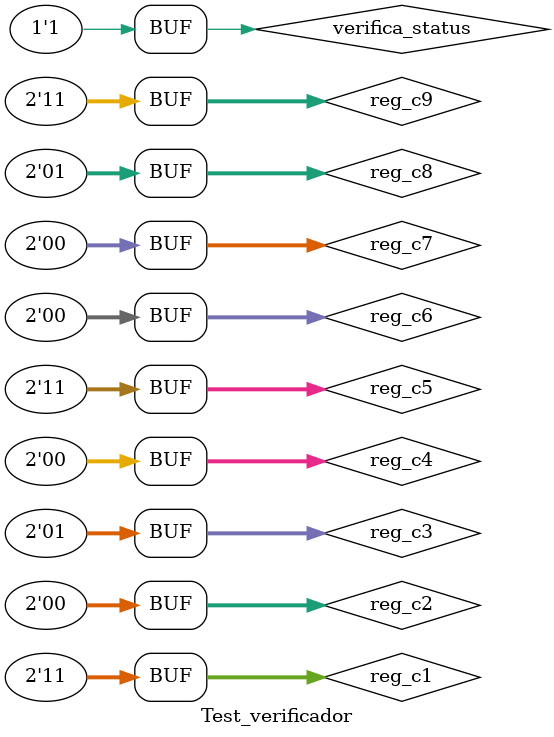
<source format=v>
`timescale 1ns / 1ps

module Test_verificador;

	// Inputs
	reg verifica_status;
	reg [1:0] reg_c1;
	reg [1:0] reg_c2;
	reg [1:0] reg_c3;
	reg [1:0] reg_c4;
	reg [1:0] reg_c5;
	reg [1:0] reg_c6;
	reg [1:0] reg_c7;
	reg [1:0] reg_c8;
	reg [1:0] reg_c9;

	// Outputs
	wire p1_tie;
	wire p1_loss;
	wire p1_win;
	wire p2_tie;
	wire p2_loss;
	wire p2_win;
	wire [1:0] linea_horizontal;
	wire [1:0] linea_vertical;
	wire [1:0] linea_cruzada;

	// Instantiate the Unit Under Test (UUT)
	Verificador_gato uut (
		.verifica_status(verifica_status), 
		.p1_tie(p1_tie), 
		.p1_loss(p1_loss), 
		.p1_win(p1_win), 
		.p2_tie(p2_tie), 
		.p2_loss(p2_loss), 
		.p2_win(p2_win), 
		.linea_horizontal(linea_horizontal), 
		.linea_vertical(linea_vertical), 
		.linea_cruzada(linea_cruzada), 
		.reg_c1(reg_c1), 
		.reg_c2(reg_c2), 
		.reg_c3(reg_c3), 
		.reg_c4(reg_c4), 
		.reg_c5(reg_c5), 
		.reg_c6(reg_c6), 
		.reg_c7(reg_c7), 
		.reg_c8(reg_c8), 
		.reg_c9(reg_c9)
	);

	initial begin
		// Initialize Inputs
		verifica_status = 0;
		reg_c1 = 0;
		reg_c2 = 0;
		reg_c3 = 0;
		reg_c4 = 0;
		reg_c5 = 0;
		reg_c6 = 0;
		reg_c7 = 0;
		reg_c8 = 0;
		reg_c9 = 0;

		// Wait 100 ns for global reset to finish
		#10;
		reg_c1 = 2'b11;
		reg_c2 = 2'b00;
		reg_c3 = 2'b01;
		reg_c4 = 2'b00;
		reg_c5 = 2'b11;
		reg_c6 = 2'b00;
		reg_c7 = 2'b00;
		reg_c8 = 2'b01;
		reg_c9 = 2'b11;
		
		#10;
		verifica_status = 1'b1;
		

	end
      
endmodule


</source>
